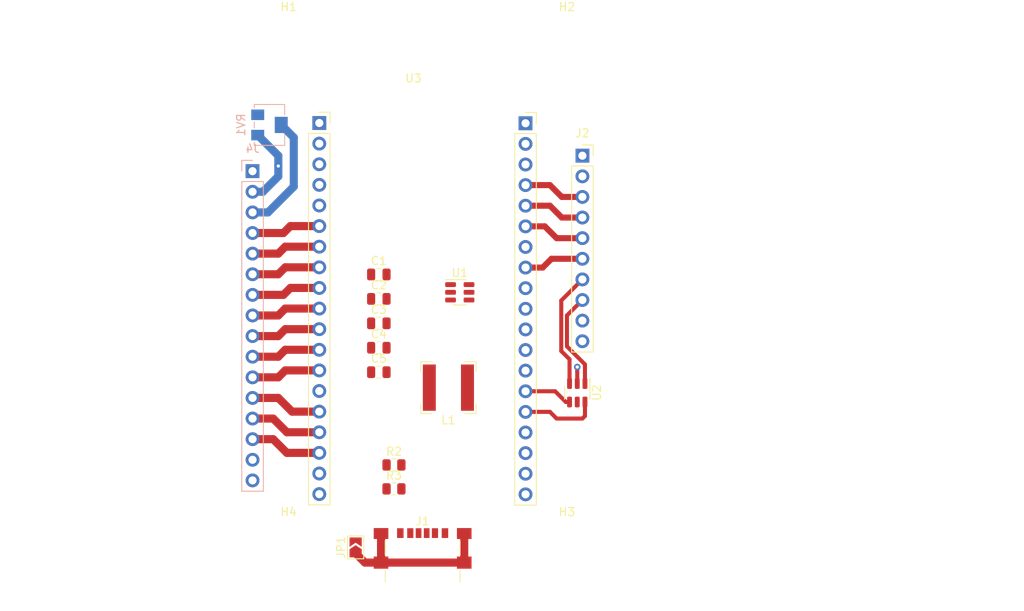
<source format=kicad_pcb>
(kicad_pcb (version 20221018) (generator pcbnew)
  (layers (0 "F.Cu" signal) (31 "B.Cu" signal) (34 "B.Paste" user) (35 "F.Paste" user) (36 "B.SilkS" user "B.Silkscreen") (37 "F.SilkS" user "F.Silkscreen") (38 "B.Mask" user) (39 "F.Mask" user) (44 "Edge.Cuts" user))
  (net 0 "")
  (net 1 "+3.3V")
  (net 2 "GND")
  (net 3 "+5V")
  (net 4 "Net-(U1-SW)")
  (net 5 "Net-(U1-BST)")
  (net 6 "/V3.3")
  (net 7 "Net-(J1-CC1)")
  (net 8 "Net-(J1-CC2)")
  (net 9 "Net-(J1-SHIELD)")
  (net 10 "SensorDeur")
  (net 11 "DeurControl")
  (net 12 "TX")
  (net 13 "RX")
  (net 14 "Net-(J4-Pin_3)")
  (net 15 "RS")
  (net 16 "RW")
  (net 17 "E")
  (net 18 "D0")
  (net 19 "D1")
  (net 20 "D2")
  (net 21 "D3")
  (net 22 "D4")
  (net 23 "D5")
  (net 24 "D6")
  (net 25 "D7")
  (net 26 "M2")
  (net 27 "M1")
  (net 43 "Net-(J2-Pin_7)")
  (net 44 "Net-(J2-Pin_8)")
  (footprint "Inductor_SMD:L_Bourns-SRN6028" (layer "F.Cu") (at 120.65 86.995)
    (fp_text reference "L1" (at 0 4) (layer "F.SilkS"))
    (fp_text value "3.9µH")
    (fp_line (start -3.4 -3.2) (end -3.4 -2) (stroke (width 0.12)) (layer "F.SilkS"))
    (fp_line (start -3.4 -3.2) (end -2 -3.2) (stroke (width 0.12)) (layer "F.SilkS"))
    (fp_line (start -3.4 3.2) (end -3.4 2) (stroke (width 0.12)) (layer "F.SilkS"))
    (fp_line (start -3.4 3.2) (end -2 3.2) (stroke (width 0.12)) (layer "F.SilkS"))
    (fp_line (start 3.4 -3.2) (end 2 -3.2) (stroke (width 0.12)) (layer "F.SilkS"))
    (fp_line (start 3.4 -3.2) (end 3.4 -2) (stroke (width 0.12)) (layer "F.SilkS"))
    (fp_line (start 3.4 3.2) (end 2 3.2) (stroke (width 0.12)) (layer "F.SilkS"))
    (fp_line (start 3.4 3.2) (end 3.4 2) (stroke (width 0.12)) (layer "F.SilkS"))
    (pad "1" smd rect (at -2.35 0) (size 1.6 5.7) (layers "F.Cu" "F.Paste" "F.Mask") (net 4 "Net-(U1-SW)"))
    (pad "2" smd rect (at 2.35 0) (size 1.6 5.7) (layers "F.Cu" "F.Paste" "F.Mask") (net 6 "/V3.3"))
  )
  (footprint "Capacitor_SMD:C_0805_2012Metric" (layer "F.Cu") (at 112.08 82.08)
    (fp_text reference "C4" (at 0 -1.68) (layer "F.SilkS"))
    (fp_text value "22µF")
    (fp_line (start -0.261252 -0.735) (end 0.261252 -0.735) (stroke (width 0.12)) (layer "F.SilkS"))
    (fp_line (start -0.261252 0.735) (end 0.261252 0.735) (stroke (width 0.12)) (layer "F.SilkS"))
    (pad "1" smd roundrect (at -0.95 0) (size 1 1.45) (layers "F.Cu" "F.Paste" "F.Mask") (net 6 "/V3.3"))
    (pad "2" smd roundrect (at 0.95 0) (size 1 1.45) (layers "F.Cu" "F.Paste" "F.Mask") (net 2 "GND"))
  )
  (footprint "Capacitor_SMD:C_0805_2012Metric" (layer "F.Cu") (at 112.08 76.06)
    (fp_text reference "C2" (at 0 -1.68) (layer "F.SilkS"))
    (fp_text value "10µF")
    (fp_line (start -0.261252 -0.735) (end 0.261252 -0.735) (stroke (width 0.12)) (layer "F.SilkS"))
    (fp_line (start -0.261252 0.735) (end 0.261252 0.735) (stroke (width 0.12)) (layer "F.SilkS"))
    (pad "1" smd roundrect (at -0.95 0) (size 1 1.45) (layers "F.Cu" "F.Paste" "F.Mask") (net 3 "+5V"))
    (pad "2" smd roundrect (at 0.95 0) (size 1 1.45) (layers "F.Cu" "F.Paste" "F.Mask") (net 2 "GND"))
  )
  (footprint "MountingHole:MountingHole_4mm" (layer "F.Cu") (at 100.965 107.315)
    (fp_text reference "H4" (at 0 -5) (layer "F.SilkS"))
    (fp_text value "MountingHole")
    (pad "" np_thru_hole circle (at 0 0) (size 4 4) (drill 4) (layers "*.Cu" "*.Mask"))
  )
  (footprint "Resistor_SMD:R_0805_2012Metric" (layer "F.Cu") (at 113.9425 99.47)
    (fp_text reference "R3" (at 0 -1.65) (layer "F.SilkS"))
    (fp_text value "5k1")
    (fp_line (start -0.227064 -0.735) (end 0.227064 -0.735) (stroke (width 0.12)) (layer "F.SilkS"))
    (fp_line (start -0.227064 0.735) (end 0.227064 0.735) (stroke (width 0.12)) (layer "F.SilkS"))
    (pad "1" smd roundrect (at -0.9125 0) (size 1.025 1.4) (layers "F.Cu" "F.Paste" "F.Mask") (roundrect_rratio 0.243902) (net 8 "Net-(J1-CC2)"))
    (pad "2" smd roundrect (at 0.9125 0) (size 1.025 1.4) (layers "F.Cu" "F.Paste" "F.Mask") (roundrect_rratio 0.243902) (net 2 "GND"))
  )
  (footprint "Capacitor_SMD:C_0805_2012Metric" (layer "F.Cu") (at 112.08 85.09)
    (fp_text reference "C5" (at 0 -1.68) (layer "F.SilkS"))
    (fp_text value "22µF")
    (fp_line (start -0.261252 -0.735) (end 0.261252 -0.735) (stroke (width 0.12)) (layer "F.SilkS"))
    (fp_line (start -0.261252 0.735) (end 0.261252 0.735) (stroke (width 0.12)) (layer "F.SilkS"))
    (pad "1" smd roundrect (at -0.95 0) (size 1 1.45) (layers "F.Cu" "F.Paste" "F.Mask") (net 6 "/V3.3"))
    (pad "2" smd roundrect (at 0.95 0) (size 1 1.45) (layers "F.Cu" "F.Paste" "F.Mask") (net 2 "GND"))
  )
  (footprint "MountingHole:MountingHole_4mm" (layer "F.Cu") (at 135.255 107.315)
    (fp_text reference "H3" (at 0 -5) (layer "F.SilkS"))
    (fp_text value "MountingHole")
    (pad "" np_thru_hole circle (at 0 0) (size 4 4) (drill 4) (layers "*.Cu" "*.Mask"))
  )
  (footprint "Jumper:SolderJumper-2_P1.3mm_Open_TrianglePad1.0x1.5mm" (layer "F.Cu") (at 109.22 106.68 90)
    (fp_text reference "JP1" (at 0 -1.8 90) (layer "F.SilkS"))
    (fp_text value "Jumper_2_Open")
    (fp_line (start -1.4 -1) (end 1.4 -1) (stroke (width 0.12)) (layer "F.SilkS"))
    (fp_line (start -1.4 1) (end -1.4 -1) (stroke (width 0.12)) (layer "F.SilkS"))
    (fp_line (start 1.4 -1) (end 1.4 1) (stroke (width 0.12)) (layer "F.SilkS"))
    (fp_line (start 1.4 1) (end -1.4 1) (stroke (width 0.12)) (layer "F.SilkS"))
    (pad "1" smd custom (at -0.725 0 90) (size 0.3 0.3) (layers "F.Cu" "F.Mask") (net 9 "Net-(J1-SHIELD)") (options (clearance outline) (anchor rect)) (primitives (gr_poly (pts (xy 1 0) (xy 0.5 0.75) (xy -0.5 0.75) (xy -0.5 -0.75) (xy 0.5 -0.75)) (width 0) (fill yes))))
    (pad "2" smd custom (at 0.725 0 90) (size 0.3 0.3) (layers "F.Cu" "F.Mask") (net 2 "GND") (options (clearance outline) (anchor rect)) (primitives (gr_poly (pts (xy 0.5 0.75) (xy -0.65 0.75) (xy -0.15 0) (xy -0.65 -0.75) (xy 0.5 -0.75)) (width 0) (fill yes))))
  )
  (footprint "Library:espConn" (layer "F.Cu") (at 116.3434 49.3824)
    (fp_text reference "U3" (at 0 -0.5 unlocked) (layer "F.SilkS"))
    (fp_text value "~")
    (fp_line (start -12.93 6.28) (end -12.93 52.06) (stroke (width 0.12)) (layer "F.SilkS"))
    (fp_line (start -12.93 6.28) (end -10.27 6.28) (stroke (width 0.12)) (layer "F.SilkS"))
    (fp_line (start -12.93 52.06) (end -10.27 52.06) (stroke (width 0.12)) (layer "F.SilkS"))
    (fp_line (start -11.6 3.68) (end -10.27 3.68) (stroke (width 0.12)) (layer "F.SilkS"))
    (fp_line (start -10.27 3.68) (end -10.27 5.01) (stroke (width 0.12)) (layer "F.SilkS"))
    (fp_line (start -10.27 6.28) (end -10.27 52.06) (stroke (width 0.12)) (layer "F.SilkS"))
    (fp_line (start 12.48 6.31) (end 12.48 52.09) (stroke (width 0.12)) (layer "F.SilkS"))
    (fp_line (start 12.48 6.31) (end 15.14 6.31) (stroke (width 0.12)) (layer "F.SilkS"))
    (fp_line (start 12.48 52.09) (end 15.14 52.09) (stroke (width 0.12)) (layer "F.SilkS"))
    (fp_line (start 13.81 3.71) (end 15.14 3.71) (stroke (width 0.12)) (layer "F.SilkS"))
    (fp_line (start 15.14 3.71) (end 15.14 5.04) (stroke (width 0.12)) (layer "F.SilkS"))
    (fp_line (start 15.14 6.31) (end 15.14 52.09) (stroke (width 0.12)) (layer "F.SilkS"))
    (pad "1" thru_hole rect (at -11.6 5.01) (size 1.7 1.7) (drill 1) (layers "*.Cu" "*.Mask") (net 1 "+3.3V"))
    (pad "2" thru_hole oval (at -11.6 7.55) (size 1.7 1.7) (drill 1) (layers "*.Cu" "*.Mask"))
    (pad "3" thru_hole oval (at -11.6 10.09) (size 1.7 1.7) (drill 1) (layers "*.Cu" "*.Mask"))
    (pad "4" thru_hole oval (at -11.6 12.63) (size 1.7 1.7) (drill 1) (layers "*.Cu" "*.Mask"))
    (pad "5" thru_hole oval (at -11.6 15.17) (size 1.7 1.7) (drill 1) (layers "*.Cu" "*.Mask"))
    (pad "6" thru_hole oval (at -11.6 17.71) (size 1.7 1.7) (drill 1) (layers "*.Cu" "*.Mask") (net 15 "RS"))
    (pad "7" thru_hole oval (at -11.6 20.25) (size 1.7 1.7) (drill 1) (layers "*.Cu" "*.Mask") (net 16 "RW"))
    (pad "8" thru_hole oval (at -11.6 22.79) (size 1.7 1.7) (drill 1) (layers "*.Cu" "*.Mask") (net 17 "E"))
    (pad "9" thru_hole oval (at -11.6 25.33) (size 1.7 1.7) (drill 1) (layers "*.Cu" "*.Mask") (net 18 "D0"))
    (pad "10" thru_hole oval (at -11.6 27.87) (size 1.7 1.7) (drill 1) (layers "*.Cu" "*.Mask") (net 19 "D1"))
    (pad "11" thru_hole oval (at -11.6 30.41) (size 1.7 1.7) (drill 1) (layers "*.Cu" "*.Mask") (net 20 "D2"))
    (pad "12" thru_hole oval (at -11.6 32.95) (size 1.7 1.7) (drill 1) (layers "*.Cu" "*.Mask") (net 21 "D3"))
    (pad "13" thru_hole oval (at -11.6 35.49) (size 1.7 1.7) (drill 1) (layers "*.Cu" "*.Mask") (net 22 "D4"))
    (pad "14" thru_hole oval (at -11.6 38.03) (size 1.7 1.7) (drill 1) (layers "*.Cu" "*.Mask") (net 2 "GND"))
    (pad "15" thru_hole oval (at -11.6 40.57) (size 1.7 1.7) (drill 1) (layers "*.Cu" "*.Mask") (net 23 "D5"))
    (pad "16" thru_hole oval (at -11.6 43.11) (size 1.7 1.7) (drill 1) (layers "*.Cu" "*.Mask") (net 24 "D6"))
    (pad "17" thru_hole oval (at -11.6 45.65) (size 1.7 1.7) (drill 1) (layers "*.Cu" "*.Mask") (net 25 "D7"))
    (pad "18" thru_hole oval (at -11.6 48.19) (size 1.7 1.7) (drill 1) (layers "*.Cu" "*.Mask"))
    (pad "19" thru_hole oval (at -11.6 50.73) (size 1.7 1.7) (drill 1) (layers "*.Cu" "*.Mask"))
    (pad "20" thru_hole rect (at 13.81 5.04) (size 1.7 1.7) (drill 1) (layers "*.Cu" "*.Mask") (net 2 "GND"))
    (pad "21" thru_hole oval (at 13.81 7.58) (size 1.7 1.7) (drill 1) (layers "*.Cu" "*.Mask"))
    (pad "22" thru_hole oval (at 13.81 10.12) (size 1.7 1.7) (drill 1) (layers "*.Cu" "*.Mask"))
    (pad "23" thru_hole oval (at 13.81 12.66) (size 1.7 1.7) (drill 1) (layers "*.Cu" "*.Mask") (net 12 "TX"))
    (pad "24" thru_hole oval (at 13.81 15.2) (size 1.7 1.7) (drill 1) (layers "*.Cu" "*.Mask") (net 13 "RX"))
    (pad "25" thru_hole oval (at 13.81 17.74) (size 1.7 1.7) (drill 1) (layers "*.Cu" "*.Mask") (net 10 "SensorDeur"))
    (pad "26" thru_hole oval (at 13.81 20.28) (size 1.7 1.7) (drill 1) (layers "*.Cu" "*.Mask") (net 2 "GND"))
    (pad "27" thru_hole oval (at 13.81 22.82) (size 1.7 1.7) (drill 1) (layers "*.Cu" "*.Mask") (net 11 "DeurControl"))
    (pad "28" thru_hole oval (at 13.81 25.36) (size 1.7 1.7) (drill 1) (layers "*.Cu" "*.Mask"))
    (pad "29" thru_hole oval (at 13.81 27.9) (size 1.7 1.7) (drill 1) (layers "*.Cu" "*.Mask"))
    (pad "30" thru_hole oval (at 13.81 30.44) (size 1.7 1.7) (drill 1) (layers "*.Cu" "*.Mask"))
    (pad "31" thru_hole oval (at 13.81 32.98) (size 1.7 1.7) (drill 1) (layers "*.Cu" "*.Mask"))
    (pad "32" thru_hole oval (at 13.81 35.52) (size 1.7 1.7) (drill 1) (layers "*.Cu" "*.Mask"))
    (pad "33" thru_hole oval (at 13.81 38.06) (size 1.7 1.7) (drill 1) (layers "*.Cu" "*.Mask") (net 26 "M2"))
    (pad "34" thru_hole oval (at 13.81 40.6) (size 1.7 1.7) (drill 1) (layers "*.Cu" "*.Mask") (net 27 "M1"))
    (pad "35" thru_hole oval (at 13.81 43.14) (size 1.7 1.7) (drill 1) (layers "*.Cu" "*.Mask"))
    (pad "36" thru_hole oval (at 13.81 45.68) (size 1.7 1.7) (drill 1) (layers "*.Cu" "*.Mask"))
    (pad "37" thru_hole oval (at 13.81 48.22) (size 1.7 1.7) (drill 1) (layers "*.Cu" "*.Mask"))
    (pad "38" thru_hole oval (at 13.81 50.76) (size 1.7 1.7) (drill 1) (layers "*.Cu" "*.Mask"))
  )
  (footprint "Package_TO_SOT_SMD:SOT-23-6" (layer "F.Cu") (at 136.525 87.63 -90)
    (fp_text reference "U2" (at 0 -2.4 90) (layer "F.SilkS"))
    (fp_text value "74LVC2G14")
    (fp_line (start 0 -1.56) (end -1.8 -1.56) (stroke (width 0.12)) (layer "F.SilkS"))
    (fp_line (start 0 -1.56) (end 0.8 -1.56) (stroke (width 0.12)) (layer "F.SilkS"))
    (fp_line (start 0 1.56) (end -0.8 1.56) (stroke (width 0.12)) (layer "F.SilkS"))
    (fp_line (start 0 1.56) (end 0.8 1.56) (stroke (width 0.12)) (layer "F.SilkS"))
    (pad "1" smd roundrect (at -1.1375 -0.95 270) (size 1.325 0.6) (layers "F.Cu" "F.Paste" "F.Mask") (net 44 "Net-(J2-Pin_8)"))
    (pad "2" smd roundrect (at -1.1375 0 270) (size 1.325 0.6) (layers "F.Cu" "F.Paste" "F.Mask") (net 2 "GND"))
    (pad "3" smd roundrect (at -1.1375 0.95 270) (size 1.325 0.6) (layers "F.Cu" "F.Paste" "F.Mask") (net 43 "Net-(J2-Pin_7)"))
    (pad "4" smd roundrect (at 1.1375 0.95 270) (size 1.325 0.6) (layers "F.Cu" "F.Paste" "F.Mask") (net 26 "M2"))
    (pad "5" smd roundrect (at 1.1375 0 270) (size 1.325 0.6) (layers "F.Cu" "F.Paste" "F.Mask") (net 1 "+3.3V"))
    (pad "6" smd roundrect (at 1.1375 -0.95 270) (size 1.325 0.6) (layers "F.Cu" "F.Paste" "F.Mask") (net 27 "M1"))
  )
  (footprint "Connector_PinSocket_2.54mm:PinSocket_1x10_P2.54mm_Vertical" (layer "F.Cu") (at 137.16 58.42)
    (fp_text reference "J2" (at 0 -2.77) (layer "F.SilkS"))
    (fp_text value "Conn_01x10_Pin")
    (fp_line (start -1.33 1.27) (end -1.33 24.19) (stroke (width 0.12)) (layer "F.SilkS"))
    (fp_line (start -1.33 1.27) (end 1.33 1.27) (stroke (width 0.12)) (layer "F.SilkS"))
    (fp_line (start -1.33 24.19) (end 1.33 24.19) (stroke (width 0.12)) (layer "F.SilkS"))
    (fp_line (start 0 -1.33) (end 1.33 -1.33) (stroke (width 0.12)) (layer "F.SilkS"))
    (fp_line (start 1.33 -1.33) (end 1.33 0) (stroke (width 0.12)) (layer "F.SilkS"))
    (fp_line (start 1.33 1.27) (end 1.33 24.19) (stroke (width 0.12)) (layer "F.SilkS"))
    (pad "1" thru_hole rect (at 0 0) (size 1.7 1.7) (drill 1) (layers "*.Cu" "*.Mask") (net 2 "GND"))
    (pad "2" thru_hole oval (at 0 2.54) (size 1.7 1.7) (drill 1) (layers "*.Cu" "*.Mask") (net 2 "GND"))
    (pad "3" thru_hole oval (at 0 5.08) (size 1.7 1.7) (drill 1) (layers "*.Cu" "*.Mask") (net 12 "TX"))
    (pad "4" thru_hole oval (at 0 7.62) (size 1.7 1.7) (drill 1) (layers "*.Cu" "*.Mask") (net 13 "RX"))
    (pad "5" thru_hole oval (at 0 10.16) (size 1.7 1.7) (drill 1) (layers "*.Cu" "*.Mask") (net 10 "SensorDeur"))
    (pad "6" thru_hole oval (at 0 12.7) (size 1.7 1.7) (drill 1) (layers "*.Cu" "*.Mask") (net 11 "DeurControl"))
    (pad "7" thru_hole oval (at 0 15.24) (size 1.7 1.7) (drill 1) (layers "*.Cu" "*.Mask") (net 43 "Net-(J2-Pin_7)"))
    (pad "8" thru_hole oval (at 0 17.78) (size 1.7 1.7) (drill 1) (layers "*.Cu" "*.Mask") (net 44 "Net-(J2-Pin_8)"))
    (pad "9" thru_hole oval (at 0 20.32) (size 1.7 1.7) (drill 1) (layers "*.Cu" "*.Mask") (net 1 "+3.3V"))
    (pad "10" thru_hole oval (at 0 22.86) (size 1.7 1.7) (drill 1) (layers "*.Cu" "*.Mask") (net 3 "+5V"))
  )
  (footprint "UGent_standard_stock_Connector:USB_C_Receptacle_GCT_USB4135-GF-A_6P_TopMnt_Horizontal" (layer "F.Cu") (at 117.475 107.95)
    (fp_text reference "J1" (at 0 -4.5 unlocked) (layer "F.SilkS"))
    (fp_text value "USB_C_Receptacle_PowerOnly_6P")
    (fp_line (start -4.6 -2.1025) (end -4.6 -0.3475) (stroke (width 0.12)) (layer "F.SilkS"))
    (fp_line (start -4.6 1.6) (end -4.6 3) (stroke (width 0.12)) (layer "F.SilkS"))
    (fp_line (start 4.6 -2.1025) (end 4.6 -0.3475) (stroke (width 0.12)) (layer "F.SilkS"))
    (fp_line (start 4.6 1.6) (end 4.6 3) (stroke (width 0.12)) (layer "F.SilkS"))
    (pad "A5" smd rect (at -0.5 -3.0325) (size 0.7 1.2) (layers "F.Cu" "F.Paste" "F.Mask") (net 7 "Net-(J1-CC1)"))
    (pad "A9" smd rect (at 1.52 -3.0325 180) (size 0.76 1.2) (layers "F.Cu" "F.Paste" "F.Mask") (net 3 "+5V"))
    (pad "A12" smd rect (at 2.75 -3.0325 180) (size 0.8 1.2) (layers "F.Cu" "F.Paste" "F.Mask") (net 2 "GND"))
    (pad "B5" smd rect (at 0.5 -3.0325 180) (size 0.7 1.2) (layers "F.Cu" "F.Paste" "F.Mask") (net 8 "Net-(J1-CC2)"))
    (pad "B9" smd rect (at -1.52 -3.0325) (size 0.76 1.2) (layers "F.Cu" "F.Paste" "F.Mask") (net 3 "+5V"))
    (pad "B12" smd rect (at -2.75 -3.0325) (size 0.8 1.2) (layers "F.Cu" "F.Paste" "F.Mask") (net 2 "GND"))
    (pad "S1" smd rect (at -5.125 -2.9775) (size 1.8 1.35) (layers "F.Cu" "F.Paste" "F.Mask") (net 9 "Net-(J1-SHIELD)"))
    (pad "S1" smd rect (at -5.125 0.6025) (size 1.8 1.5) (layers "F.Cu" "F.Paste" "F.Mask") (net 9 "Net-(J1-SHIELD)"))
    (pad "S1" smd rect (at 5.125 -2.9775) (size 1.8 1.35) (layers "F.Cu" "F.Paste" "F.Mask") (net 9 "Net-(J1-SHIELD)"))
    (pad "S1" smd rect (at 5.125 0.6025) (size 1.8 1.5) (layers "F.Cu" "F.Paste" "F.Mask") (net 9 "Net-(J1-SHIELD)"))
  )
  (footprint "Capacitor_SMD:C_0805_2012Metric" (layer "F.Cu") (at 112.08 79.07)
    (fp_text reference "C3" (at 0 -1.68) (layer "F.SilkS"))
    (fp_text value "100nF")
    (fp_line (start -0.261252 -0.735) (end 0.261252 -0.735) (stroke (width 0.12)) (layer "F.SilkS"))
    (fp_line (start -0.261252 0.735) (end 0.261252 0.735) (stroke (width 0.12)) (layer "F.SilkS"))
    (pad "1" smd roundrect (at -0.95 0) (size 1 1.45) (layers "F.Cu" "F.Paste" "F.Mask") (net 4 "Net-(U1-SW)"))
    (pad "2" smd roundrect (at 0.95 0) (size 1 1.45) (layers "F.Cu" "F.Paste" "F.Mask") (net 5 "Net-(U1-BST)"))
  )
  (footprint "Resistor_SMD:R_0805_2012Metric" (layer "F.Cu") (at 113.9425 96.52)
    (fp_text reference "R2" (at 0 -1.65) (layer "F.SilkS"))
    (fp_text value "5K1")
    (fp_line (start -0.227064 -0.735) (end 0.227064 -0.735) (stroke (width 0.12)) (layer "F.SilkS"))
    (fp_line (start -0.227064 0.735) (end 0.227064 0.735) (stroke (width 0.12)) (layer "F.SilkS"))
    (pad "1" smd roundrect (at -0.9125 0) (size 1.025 1.4) (layers "F.Cu" "F.Paste" "F.Mask") (roundrect_rratio 0.243902) (net 7 "Net-(J1-CC1)"))
    (pad "2" smd roundrect (at 0.9125 0) (size 1.025 1.4) (layers "F.Cu" "F.Paste" "F.Mask") (roundrect_rratio 0.243902) (net 2 "GND"))
  )
  (footprint "MountingHole:MountingHole_4mm" (layer "F.Cu") (at 135.255 45.085)
    (fp_text reference "H2" (at 0 -5) (layer "F.SilkS"))
    (fp_text value "MountingHole")
    (pad "" np_thru_hole circle (at 0 0) (size 4 4) (drill 4) (layers "*.Cu" "*.Mask"))
  )
  (footprint "Capacitor_SMD:C_0805_2012Metric" (layer "F.Cu") (at 112.08 73.05)
    (fp_text reference "C1" (at 0 -1.68) (layer "F.SilkS"))
    (fp_text value "100nF")
    (fp_line (start -0.261252 -0.735) (end 0.261252 -0.735) (stroke (width 0.12)) (layer "F.SilkS"))
    (fp_line (start -0.261252 0.735) (end 0.261252 0.735) (stroke (width 0.12)) (layer "F.SilkS"))
    (pad "1" smd roundrect (at -0.95 0) (size 1 1.45) (layers "F.Cu" "F.Paste" "F.Mask") (net 1 "+3.3V"))
    (pad "2" smd roundrect (at 0.95 0) (size 1 1.45) (layers "F.Cu" "F.Paste" "F.Mask") (net 2 "GND"))
  )
  (footprint "Package_TO_SOT_SMD:TSOT-23-6" (layer "F.Cu") (at 122.0525 75.25)
    (fp_text reference "U1" (at 0 -2.4) (layer "F.SilkS"))
    (fp_text value "AP63200WU")
    (fp_line (start 0 -1.56) (end -1.8 -1.56) (stroke (width 0.12)) (layer "F.SilkS"))
    (fp_line (start 0 -1.56) (end 0.8 -1.56) (stroke (width 0.12)) (layer "F.SilkS"))
    (fp_line (start 0 1.56) (end -0.8 1.56) (stroke (width 0.12)) (layer "F.SilkS"))
    (fp_line (start 0 1.56) (end 0.8 1.56) (stroke (width 0.12)) (layer "F.SilkS"))
    (pad "1" smd roundrect (at -1.1375 -0.95) (size 1.325 0.6) (layers "F.Cu" "F.Paste" "F.Mask") (net 6 "/V3.3"))
    (pad "2" smd roundrect (at -1.1375 0) (size 1.325 0.6) (layers "F.Cu" "F.Paste" "F.Mask") (net 3 "+5V"))
    (pad "3" smd roundrect (at -1.1375 0.95) (size 1.325 0.6) (layers "F.Cu" "F.Paste" "F.Mask") (net 3 "+5V"))
    (pad "4" smd roundrect (at 1.1375 0.95) (size 1.325 0.6) (layers "F.Cu" "F.Paste" "F.Mask") (net 2 "GND"))
    (pad "5" smd roundrect (at 1.1375 0) (size 1.325 0.6) (layers "F.Cu" "F.Paste" "F.Mask") (net 4 "Net-(U1-SW)"))
    (pad "6" smd roundrect (at 1.1375 -0.95) (size 1.325 0.6) (layers "F.Cu" "F.Paste" "F.Mask") (net 5 "Net-(U1-BST)"))
  )
  (footprint "MountingHole:MountingHole_4mm" (layer "F.Cu") (at 100.965 45.085)
    (fp_text reference "H1" (at 0 -5) (layer "F.SilkS"))
    (fp_text value "MountingHole")
    (pad "" np_thru_hole circle (at 0 0) (size 4 4) (drill 4) (layers "*.Cu" "*.Mask"))
  )
  (footprint "Connector_PinSocket_2.54mm:PinSocket_1x16_P2.54mm_Vertical" (layer "B.Cu") (at 96.52 60.325 180)
    (fp_text reference "J4" (at 0 2.77) (layer "B.SilkS") (effects (justify mirror)))
    (fp_text value "Conn_01x16_Pin")
    (fp_line (start -1.33 -39.43) (end 1.33 -39.43) (stroke (width 0.12)) (layer "B.SilkS"))
    (fp_line (start -1.33 -1.27) (end -1.33 -39.43) (stroke (width 0.12)) (layer "B.SilkS"))
    (fp_line (start -1.33 -1.27) (end 1.33 -1.27) (stroke (width 0.12)) (layer "B.SilkS"))
    (fp_line (start 0 1.33) (end 1.33 1.33) (stroke (width 0.12)) (layer "B.SilkS"))
    (fp_line (start 1.33 -1.27) (end 1.33 -39.43) (stroke (width 0.12)) (layer "B.SilkS"))
    (fp_line (start 1.33 1.33) (end 1.33 0) (stroke (width 0.12)) (layer "B.SilkS"))
    (pad "1" thru_hole rect (at 0 0 180) (size 1.7 1.7) (drill 1) (layers "*.Cu" "*.Mask") (net 2 "GND"))
    (pad "2" thru_hole oval (at 0 -2.54 180) (size 1.7 1.7) (drill 1) (layers "*.Cu" "*.Mask") (net 3 "+5V"))
    (pad "3" thru_hole oval (at 0 -5.08 180) (size 1.7 1.7) (drill 1) (layers "*.Cu" "*.Mask") (net 14 "Net-(J4-Pin_3)"))
    (pad "4" thru_hole oval (at 0 -7.62 180) (size 1.7 1.7) (drill 1) (layers "*.Cu" "*.Mask") (net 15 "RS"))
    (pad "5" thru_hole oval (at 0 -10.16 180) (size 1.7 1.7) (drill 1) (layers "*.Cu" "*.Mask") (net 16 "RW"))
    (pad "6" thru_hole oval (at 0 -12.7 180) (size 1.7 1.7) (drill 1) (layers "*.Cu" "*.Mask") (net 17 "E"))
    (pad "7" thru_hole oval (at 0 -15.24 180) (size 1.7 1.7) (drill 1) (layers "*.Cu" "*.Mask") (net 18 "D0"))
    (pad "8" thru_hole oval (at 0 -17.78 180) (size 1.7 1.7) (drill 1) (layers "*.Cu" "*.Mask") (net 19 "D1"))
    (pad "9" thru_hole oval (at 0 -20.32 180) (size 1.7 1.7) (drill 1) (layers "*.Cu" "*.Mask") (net 20 "D2"))
    (pad "10" thru_hole oval (at 0 -22.86 180) (size 1.7 1.7) (drill 1) (layers "*.Cu" "*.Mask") (net 21 "D3"))
    (pad "11" thru_hole oval (at 0 -25.4 180) (size 1.7 1.7) (drill 1) (layers "*.Cu" "*.Mask") (net 22 "D4"))
    (pad "12" thru_hole oval (at 0 -27.94 180) (size 1.7 1.7) (drill 1) (layers "*.Cu" "*.Mask") (net 23 "D5"))
    (pad "13" thru_hole oval (at 0 -30.48 180) (size 1.7 1.7) (drill 1) (layers "*.Cu" "*.Mask") (net 24 "D6"))
    (pad "14" thru_hole oval (at 0 -33.02 180) (size 1.7 1.7) (drill 1) (layers "*.Cu" "*.Mask") (net 25 "D7"))
    (pad "15" thru_hole oval (at 0 -35.56 180) (size 1.7 1.7) (drill 1) (layers "*.Cu" "*.Mask") (net 3 "+5V"))
    (pad "16" thru_hole oval (at 0 -38.1 180) (size 1.7 1.7) (drill 1) (layers "*.Cu" "*.Mask") (net 2 "GND"))
  )
  (footprint "Potentiometer_SMD:Potentiometer_Bourns_3214W_Vertical" (layer "B.Cu") (at 98.605 54.63 -90)
    (fp_text reference "RV1" (at 0 3.5 90) (layer "B.SilkS") (effects (justify mirror)))
    (fp_text value "5k")
    (fp_line (start -2.52 -1.87) (end -1.24 -1.87) (stroke (width 0.12)) (layer "B.SilkS"))
    (fp_line (start -2.52 1.87) (end -2.52 -1.87) (stroke (width 0.12)) (layer "B.SilkS"))
    (fp_line (start -2.52 1.87) (end -2.14 1.87) (stroke (width 0.12)) (layer "B.SilkS"))
    (fp_line (start -0.36 1.87) (end 0.36 1.87) (stroke (width 0.12)) (layer "B.SilkS"))
    (fp_line (start 1.24 -1.87) (end 2.52 -1.87) (stroke (width 0.12)) (layer "B.SilkS"))
    (fp_line (start 2.14 1.87) (end 2.52 1.87) (stroke (width 0.12)) (layer "B.SilkS"))
    (fp_line (start 2.52 1.87) (end 2.52 -1.87) (stroke (width 0.12)) (layer "B.SilkS"))
    (pad "1" smd rect (at 1.25 1.45 270) (size 1.3 1.6) (layers "B.Cu" "B.Paste" "B.Mask") (net 3 "+5V"))
    (pad "2" smd rect (at 0 -1.45 270) (size 2 1.6) (layers "B.Cu" "B.Paste" "B.Mask") (net 14 "Net-(J4-Pin_3)"))
    (pad "3" smd rect (at -1.25 1.45 270) (size 1.3 1.6) (layers "B.Cu" "B.Paste" "B.Mask") (net 2 "GND"))
  )
  (segment (start 136.525 86.4925) (end 136.525 85.09) (width 0.5) (layer "F.Cu") (net 2))
  (segment (start 136.525 85.09) (end 136.525 84.455) (width 0.5) (layer "F.Cu") (net 2))
  (via (at 136.525 84.455) (size 0.8) (drill 0.4) (layers "F.Cu" "B.Cu") (net 2))
  (via (at 99.695 59.69) (size 0.8) (drill 0.4) (layers "F.Cu" "B.Cu") (net 3))
  (segment (start 97.79 62.865) (end 96.52 62.865) (width 1) (layer "B.Cu") (net 3))
  (segment (start 99.695 60.96) (end 97.79 62.865) (width 1) (layer "B.Cu") (net 3))
  (segment (start 97.155 55.88) (end 99.695 58.42) (width 1) (layer "B.Cu") (net 3))
  (segment (start 99.695 59.69) (end 99.695 60.96) (width 1) (layer "B.Cu") (net 3))
  (segment (start 99.695 58.42) (end 99.695 59.69) (width 1) (layer "B.Cu") (net 3))
  (segment (start 122.6 108.5525) (end 122.6 104.9725) (width 1) (layer "F.Cu") (net 9))
  (segment (start 110.3675 108.5525) (end 109.22 107.405) (width 1) (layer "F.Cu") (net 9))
  (segment (start 112.35 108.5525) (end 110.3675 108.5525) (width 1) (layer "F.Cu") (net 9))
  (segment (start 112.35 108.5525) (end 122.6 108.5525) (width 1) (layer "F.Cu") (net 9))
  (segment (start 112.35 104.9725) (end 112.35 108.5525) (width 1) (layer "F.Cu") (net 9))
  (segment (start 133.985 68.58) (end 137.16 68.58) (width 0.75) (layer "F.Cu") (net 10))
  (segment (start 130.1534 67.1224) (end 132.5274 67.1224) (width 0.75) (layer "F.Cu") (net 10))
  (segment (start 132.5274 67.1224) (end 133.985 68.58) (width 0.75) (layer "F.Cu") (net 10))
  (segment (start 132.2676 72.2024) (end 133.35 71.12) (width 0.75) (layer "F.Cu") (net 11))
  (segment (start 133.35 71.12) (end 137.16 71.12) (width 0.75) (layer "F.Cu") (net 11))
  (segment (start 130.1534 72.2024) (end 132.2676 72.2024) (width 0.75) (layer "F.Cu") (net 11))
  (segment (start 133.1624 62.0424) (end 134.62 63.5) (width 0.75) (layer "F.Cu") (net 12))
  (segment (start 130.1534 62.0424) (end 133.1624 62.0424) (width 0.75) (layer "F.Cu") (net 12))
  (segment (start 134.62 63.5) (end 137.16 63.5) (width 0.75) (layer "F.Cu") (net 12))
  (segment (start 130.1534 64.5824) (end 133.1624 64.5824) (width 0.75) (layer "F.Cu") (net 13))
  (segment (start 134.62 66.04) (end 137.16 66.04) (width 0.75) (layer "F.Cu") (net 13))
  (segment (start 133.1624 64.5824) (end 134.62 66.04) (width 0.75) (layer "F.Cu") (net 13))
  (segment (start 100.055 54.63) (end 101.6 56.175) (width 1) (layer "B.Cu") (net 14))
  (segment (start 101.6 62.23) (end 98.425 65.405) (width 1) (layer "B.Cu") (net 14))
  (segment (start 98.425 65.405) (end 96.52 65.405) (width 1) (layer "B.Cu") (net 14))
  (segment (start 101.6 56.175) (end 101.6 62.23) (width 1) (layer "B.Cu") (net 14))
  (segment (start 101.1826 67.0924) (end 104.7434 67.0924) (width 1) (layer "F.Cu") (net 15))
  (segment (start 96.52 67.945) (end 100.33 67.945) (width 1) (layer "F.Cu") (net 15))
  (segment (start 100.33 67.945) (end 101.1826 67.0924) (width 1) (layer "F.Cu") (net 15))
  (segment (start 96.52 70.485) (end 99.695 70.485) (width 1) (layer "F.Cu") (net 16))
  (segment (start 100.5476 69.6324) (end 104.7434 69.6324) (width 1) (layer "F.Cu") (net 16))
  (segment (start 99.695 70.485) (end 100.5476 69.6324) (width 1) (layer "F.Cu") (net 16))
  (segment (start 96.52 73.025) (end 99.695 73.025) (width 1) (layer "F.Cu") (net 17))
  (segment (start 100.5476 72.1724) (end 104.7434 72.1724) (width 1) (layer "F.Cu") (net 17))
  (segment (start 99.695 73.025) (end 100.5476 72.1724) (width 1) (layer "F.Cu") (net 17))
  (segment (start 100.33 75.565) (end 101.1826 74.7124) (width 1) (layer "F.Cu") (net 18))
  (segment (start 101.1826 74.7124) (end 104.7434 74.7124) (width 1) (layer "F.Cu") (net 18))
  (segment (start 96.52 75.565) (end 100.33 75.565) (width 1) (layer "F.Cu") (net 18))
  (segment (start 99.695 78.105) (end 100.5476 77.2524) (width 1) (layer "F.Cu") (net 19))
  (segment (start 100.5476 77.2524) (end 104.7434 77.2524) (width 1) (layer "F.Cu") (net 19))
  (segment (start 96.52 78.105) (end 99.695 78.105) (width 1) (layer "F.Cu") (net 19))
  (segment (start 100.5476 79.7924) (end 104.7434 79.7924) (width 1) (layer "F.Cu") (net 20))
  (segment (start 99.695 80.645) (end 100.5476 79.7924) (width 1) (layer "F.Cu") (net 20))
  (segment (start 96.52 80.645) (end 99.695 80.645) (width 1) (layer "F.Cu") (net 20))
  (segment (start 96.52 83.185) (end 99.695 83.185) (width 1) (layer "F.Cu") (net 21))
  (segment (start 99.695 83.185) (end 100.5476 82.3324) (width 1) (layer "F.Cu") (net 21))
  (segment (start 100.5476 82.3324) (end 104.7434 82.3324) (width 1) (layer "F.Cu") (net 21))
  (segment (start 100.5476 84.8724) (end 104.7434 84.8724) (width 1) (layer "F.Cu") (net 22))
  (segment (start 96.52 85.725) (end 99.695 85.725) (width 1) (layer "F.Cu") (net 22))
  (segment (start 99.695 85.725) (end 100.5476 84.8724) (width 1) (layer "F.Cu") (net 22))
  (segment (start 101.3824 89.9524) (end 104.7434 89.9524) (width 1) (layer "F.Cu") (net 23))
  (segment (start 96.52 88.265) (end 99.695 88.265) (width 1) (layer "F.Cu") (net 23))
  (segment (start 99.695 88.265) (end 101.3824 89.9524) (width 1) (layer "F.Cu") (net 23))
  (segment (start 96.52 90.805) (end 99.06 90.805) (width 1) (layer "F.Cu") (net 24))
  (segment (start 99.06 90.805) (end 100.7474 92.4924) (width 1) (layer "F.Cu") (net 24))
  (segment (start 100.7474 92.4924) (end 104.7434 92.4924) (width 1) (layer "F.Cu") (net 24))
  (segment (start 99.06 93.345) (end 100.7474 95.0324) (width 1) (layer "F.Cu") (net 25))
  (segment (start 96.52 93.345) (end 99.06 93.345) (width 1) (layer "F.Cu") (net 25))
  (segment (start 100.7474 95.0324) (end 104.7434 95.0324) (width 1) (layer "F.Cu") (net 25))
  (segment (start 133.7974 87.4424) (end 130.1534 87.4424) (width 0.5) (layer "F.Cu") (net 26))
  (segment (start 135.575 88.7675) (end 135.1225 88.7675) (width 0.5) (layer "F.Cu") (net 26))
  (segment (start 135.1225 88.7675) (end 133.7974 87.4424) (width 0.5) (layer "F.Cu") (net 26))
  (segment (start 133.985 90.805) (end 133.1624 89.9824) (width 0.5) (layer "F.Cu") (net 27))
  (segment (start 133.1624 89.9824) (end 130.1534 89.9824) (width 0.5) (layer "F.Cu") (net 27))
  (segment (start 137.16 90.805) (end 133.985 90.805) (width 0.5) (layer "F.Cu") (net 27))
  (segment (start 137.475 88.7675) (end 137.475 90.49) (width 0.5) (layer "F.Cu") (net 27))
  (segment (start 137.475 90.49) (end 137.16 90.805) (width 0.5) (layer "F.Cu") (net 27))
  (segment (start 134.555 76.265) (end 137.16 73.66) (width 0.5) (layer "F.Cu") (net 43))
  (segment (start 134.555 82.485) (end 134.555 76.265) (width 0.5) (layer "F.Cu") (net 43))
  (segment (start 135.575 83.505) (end 134.555 82.485) (width 0.5) (layer "F.Cu") (net 43))
  (segment (start 135.575 86.4925) (end 135.575 83.505) (width 0.5) (layer "F.Cu") (net 43))
  (segment (start 135.255 81.915) (end 135.255 78.105) (width 0.5) (layer "F.Cu") (net 44))
  (segment (start 137.475 84.135) (end 135.255 81.915) (width 0.5) (layer "F.Cu") (net 44))
  (segment (start 137.475 86.4925) (end 137.475 84.135) (width 0.5) (layer "F.Cu") (net 44))
  (segment (start 135.255 78.105) (end 137.16 76.2) (width 0.5) (layer "F.Cu") (net 44))
)
</source>
